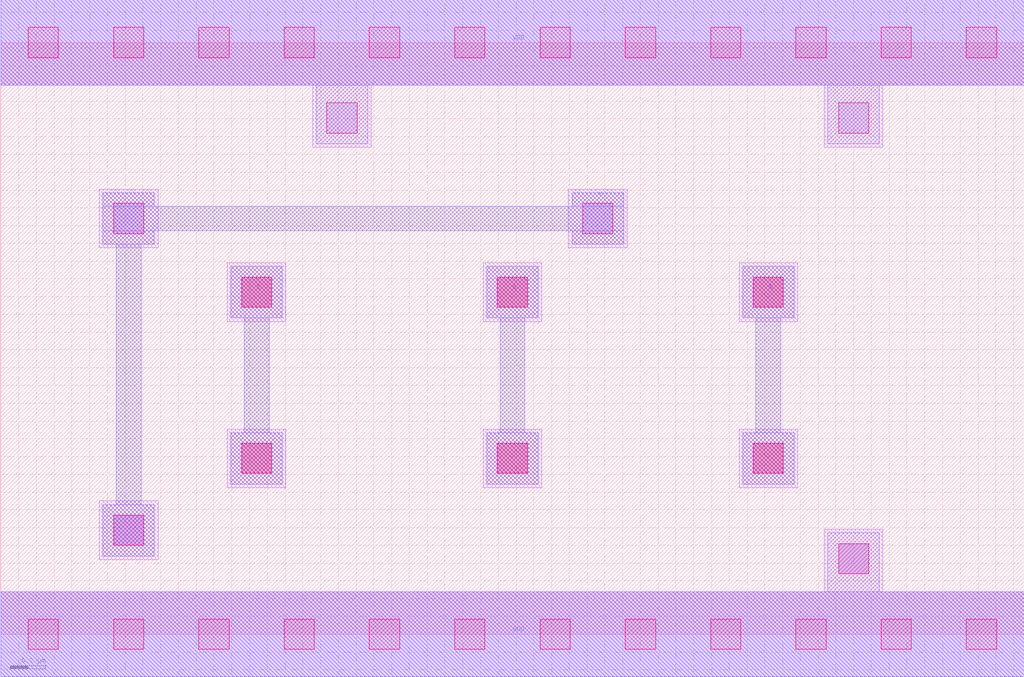
<source format=lef>
MACRO NAND3X1
 CLASS CORE ;
 FOREIGN NAND3X1 0 0 ;
 SIZE 5.76 BY 3.33 ;
 ORIGIN 0 0 ;
 SYMMETRY X Y R90 ;
 SITE unit ;
  PIN VDD
   DIRECTION INOUT ;
   USE POWER ;
   SHAPE ABUTMENT ;
    PORT
     CLASS CORE ;
       LAYER li1 ;
        RECT 0.00000000 3.09000000 5.76000000 3.57000000 ;
       LAYER met1 ;
        RECT 0.00000000 3.09000000 5.76000000 3.57000000 ;
    END
  END VDD

  PIN GND
   DIRECTION INOUT ;
   USE POWER ;
   SHAPE ABUTMENT ;
    PORT
     CLASS CORE ;
       LAYER li1 ;
        RECT 0.00000000 -0.24000000 5.76000000 0.24000000 ;
       LAYER met1 ;
        RECT 0.00000000 -0.24000000 5.76000000 0.24000000 ;
    END
  END GND

  PIN Y
   DIRECTION INOUT ;
   USE SIGNAL ;
   SHAPE ABUTMENT ;
    PORT
     CLASS CORE ;
       LAYER met1 ;
        RECT 0.57500000 0.44000000 0.86500000 0.73000000 ;
        RECT 0.65000000 0.73000000 0.79000000 2.19500000 ;
        RECT 0.57500000 2.19500000 0.86500000 2.27000000 ;
        RECT 3.21500000 2.19500000 3.50500000 2.27000000 ;
        RECT 0.57500000 2.27000000 3.50500000 2.41000000 ;
        RECT 0.57500000 2.41000000 0.86500000 2.48500000 ;
        RECT 3.21500000 2.41000000 3.50500000 2.48500000 ;
    END
  END Y

  PIN C
   DIRECTION INOUT ;
   USE SIGNAL ;
   SHAPE ABUTMENT ;
    PORT
     CLASS CORE ;
       LAYER met1 ;
        RECT 1.29500000 0.84500000 1.58500000 1.13500000 ;
        RECT 1.37000000 1.13500000 1.51000000 1.78000000 ;
        RECT 1.29500000 1.78000000 1.58500000 2.07000000 ;
    END
  END C

  PIN B
   DIRECTION INOUT ;
   USE SIGNAL ;
   SHAPE ABUTMENT ;
    PORT
     CLASS CORE ;
       LAYER met1 ;
        RECT 2.73500000 0.84500000 3.02500000 1.13500000 ;
        RECT 2.81000000 1.13500000 2.95000000 1.78000000 ;
        RECT 2.73500000 1.78000000 3.02500000 2.07000000 ;
    END
  END B

  PIN A
   DIRECTION INOUT ;
   USE SIGNAL ;
   SHAPE ABUTMENT ;
    PORT
     CLASS CORE ;
       LAYER met1 ;
        RECT 4.17500000 0.84500000 4.46500000 1.13500000 ;
        RECT 4.25000000 1.13500000 4.39000000 1.78000000 ;
        RECT 4.17500000 1.78000000 4.46500000 2.07000000 ;
    END
  END A

 OBS
    LAYER polycont ;
     RECT 1.35500000 0.90500000 1.52500000 1.07500000 ;
     RECT 2.79500000 0.90500000 2.96500000 1.07500000 ;
     RECT 4.23500000 0.90500000 4.40500000 1.07500000 ;
     RECT 1.35500000 1.84000000 1.52500000 2.01000000 ;
     RECT 2.79500000 1.84000000 2.96500000 2.01000000 ;
     RECT 4.23500000 1.84000000 4.40500000 2.01000000 ;

    LAYER pdiffc ;
     RECT 0.63500000 2.25500000 0.80500000 2.42500000 ;
     RECT 3.27500000 2.25500000 3.44500000 2.42500000 ;
     RECT 1.83500000 2.82000000 2.00500000 2.99000000 ;
     RECT 4.71500000 2.82000000 4.88500000 2.99000000 ;

    LAYER ndiffc ;
     RECT 4.71500000 0.34000000 4.88500000 0.51000000 ;
     RECT 0.63500000 0.50000000 0.80500000 0.67000000 ;

    LAYER li1 ;
     RECT 0.00000000 -0.24000000 5.76000000 0.24000000 ;
     RECT 4.63500000 0.24000000 4.96500000 0.59000000 ;
     RECT 0.55500000 0.42000000 0.88500000 0.75000000 ;
     RECT 1.27500000 0.82500000 1.60500000 1.15500000 ;
     RECT 2.71500000 0.82500000 3.04500000 1.15500000 ;
     RECT 4.15500000 0.82500000 4.48500000 1.15500000 ;
     RECT 1.27500000 1.76000000 1.60500000 2.09000000 ;
     RECT 2.71500000 1.76000000 3.04500000 2.09000000 ;
     RECT 4.15500000 1.76000000 4.48500000 2.09000000 ;
     RECT 0.55500000 2.17500000 0.88500000 2.50500000 ;
     RECT 3.19500000 2.17500000 3.52500000 2.50500000 ;
     RECT 1.75500000 2.74000000 2.08500000 3.09000000 ;
     RECT 4.63500000 2.74000000 4.96500000 3.09000000 ;
     RECT 0.00000000 3.09000000 5.76000000 3.57000000 ;

    LAYER viali ;
     RECT 0.15500000 -0.08500000 0.32500000 0.08500000 ;
     RECT 0.63500000 -0.08500000 0.80500000 0.08500000 ;
     RECT 1.11500000 -0.08500000 1.28500000 0.08500000 ;
     RECT 1.59500000 -0.08500000 1.76500000 0.08500000 ;
     RECT 2.07500000 -0.08500000 2.24500000 0.08500000 ;
     RECT 2.55500000 -0.08500000 2.72500000 0.08500000 ;
     RECT 3.03500000 -0.08500000 3.20500000 0.08500000 ;
     RECT 3.51500000 -0.08500000 3.68500000 0.08500000 ;
     RECT 3.99500000 -0.08500000 4.16500000 0.08500000 ;
     RECT 4.47500000 -0.08500000 4.64500000 0.08500000 ;
     RECT 4.95500000 -0.08500000 5.12500000 0.08500000 ;
     RECT 5.43500000 -0.08500000 5.60500000 0.08500000 ;
     RECT 4.71500000 0.34000000 4.88500000 0.51000000 ;
     RECT 0.63500000 0.50000000 0.80500000 0.67000000 ;
     RECT 1.35500000 0.90500000 1.52500000 1.07500000 ;
     RECT 2.79500000 0.90500000 2.96500000 1.07500000 ;
     RECT 4.23500000 0.90500000 4.40500000 1.07500000 ;
     RECT 1.35500000 1.84000000 1.52500000 2.01000000 ;
     RECT 2.79500000 1.84000000 2.96500000 2.01000000 ;
     RECT 4.23500000 1.84000000 4.40500000 2.01000000 ;
     RECT 0.63500000 2.25500000 0.80500000 2.42500000 ;
     RECT 3.27500000 2.25500000 3.44500000 2.42500000 ;
     RECT 1.83500000 2.82000000 2.00500000 2.99000000 ;
     RECT 4.71500000 2.82000000 4.88500000 2.99000000 ;
     RECT 0.15500000 3.24500000 0.32500000 3.41500000 ;
     RECT 0.63500000 3.24500000 0.80500000 3.41500000 ;
     RECT 1.11500000 3.24500000 1.28500000 3.41500000 ;
     RECT 1.59500000 3.24500000 1.76500000 3.41500000 ;
     RECT 2.07500000 3.24500000 2.24500000 3.41500000 ;
     RECT 2.55500000 3.24500000 2.72500000 3.41500000 ;
     RECT 3.03500000 3.24500000 3.20500000 3.41500000 ;
     RECT 3.51500000 3.24500000 3.68500000 3.41500000 ;
     RECT 3.99500000 3.24500000 4.16500000 3.41500000 ;
     RECT 4.47500000 3.24500000 4.64500000 3.41500000 ;
     RECT 4.95500000 3.24500000 5.12500000 3.41500000 ;
     RECT 5.43500000 3.24500000 5.60500000 3.41500000 ;

    LAYER met1 ;
     RECT 0.00000000 -0.24000000 5.76000000 0.24000000 ;
     RECT 4.65500000 0.24000000 4.94500000 0.57000000 ;
     RECT 1.29500000 0.84500000 1.58500000 1.13500000 ;
     RECT 1.37000000 1.13500000 1.51000000 1.78000000 ;
     RECT 1.29500000 1.78000000 1.58500000 2.07000000 ;
     RECT 2.73500000 0.84500000 3.02500000 1.13500000 ;
     RECT 2.81000000 1.13500000 2.95000000 1.78000000 ;
     RECT 2.73500000 1.78000000 3.02500000 2.07000000 ;
     RECT 4.17500000 0.84500000 4.46500000 1.13500000 ;
     RECT 4.25000000 1.13500000 4.39000000 1.78000000 ;
     RECT 4.17500000 1.78000000 4.46500000 2.07000000 ;
     RECT 0.57500000 0.44000000 0.86500000 0.73000000 ;
     RECT 0.65000000 0.73000000 0.79000000 2.19500000 ;
     RECT 0.57500000 2.19500000 0.86500000 2.27000000 ;
     RECT 3.21500000 2.19500000 3.50500000 2.27000000 ;
     RECT 0.57500000 2.27000000 3.50500000 2.41000000 ;
     RECT 0.57500000 2.41000000 0.86500000 2.48500000 ;
     RECT 3.21500000 2.41000000 3.50500000 2.48500000 ;
     RECT 1.77500000 2.76000000 2.06500000 3.09000000 ;
     RECT 4.65500000 2.76000000 4.94500000 3.09000000 ;
     RECT 0.00000000 3.09000000 5.76000000 3.57000000 ;

 END
END NAND3X1

</source>
